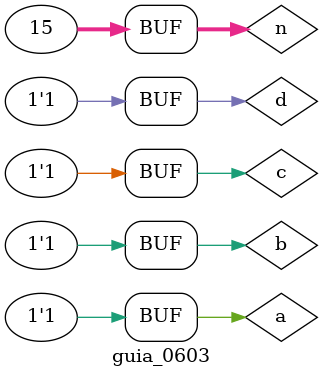
<source format=v>
module f_ex01(output s, input a, input b, input c, input d);
	assign s = (~c & d & ~a) | (~c & d & ~b) | (a & ~b & d) | (a & ~b & c) | (c & ~d & ~b);
endmodule


module f_ex02(output s, input a, input b, input c, input d);
	assign s = (~a & ~b & ~c) | (~a & ~b & d) | (~c & d) | (a & ~b & ~c) | (~c & ~d & ~b);
endmodule

module f_ex03(output s, input a, input b, input c, input d);
	assign s = (~a & ~b & ~c) | (~b & ~c & ~d) | (~a & ~b & ~d) | (b & d);
endmodule

module f_ex04(output s, input a, input b, input c, input d);
	assign s = (c & ~d) | (~a & b & ~c) | (b & ~c & ~d);
endmodule

module f_ex05(output s, input a, input b, input c, input d);
	assign s = (~a & ~b & ~c) | (~a & ~b & ~d) | (a & ~b & ~c) | (a & ~c & ~d) | (b & c & d);
endmodule


module guia_0603;
	reg a, b, c, d;
	wire ex01, ex02, ex03, ex04, ex05;
	integer n = 0;
	
	f_ex01 F_EX01(ex01, a, b, c, d);
	f_ex02 F_EX02(ex02, a, b, c, d);
	f_ex03 F_EX03(ex03, a, b, c, d);
	f_ex04 F_EX04(ex04, a, b, c, d);
	f_ex05 F_EX05(ex05, a, b, c, d);
	
	initial begin : start
		a = 1'b0;
		b = 1'b0;
		c = 1'b0;
		d = 1'b0;
	end
	
	initial begin : main
		$display(" n a b c d = 1 2 3 4 5");
		$monitor("%2d %b %b %b %b = %b %b %b %b %b", n, a, b, c, d, ex01, ex02, ex03, ex04, ex05);
		#1 a = 0; b = 0; c = 0; d =0; n = 00;
		#1 a = 0; b = 0; c = 0; d =1; n = 01;
		#1 a = 0; b = 0; c = 1; d =0; n = 02;
		#1 a = 0; b = 0; c = 1; d =1; n = 03;
		#1 a = 0; b = 1; c = 0; d =0; n = 04;
		#1 a = 0; b = 1; c = 0; d =1; n = 05;
		#1 a = 0; b = 1; c = 1; d =0; n = 06;
		#1 a = 0; b = 1; c = 1; d =1; n = 07;
		#1 a = 1; b = 0; c = 0; d =0; n = 08;
		#1 a = 1; b = 0; c = 0; d =1; n = 09;
		#1 a = 1; b = 0; c = 1; d =0; n = 10;
		#1 a = 1; b = 0; c = 1; d =1; n = 11;
		#1 a = 1; b = 1; c = 0; d =0; n = 12;
		#1 a = 1; b = 1; c = 0; d =1; n = 13;
		#1 a = 1; b = 1; c = 1; d =0; n = 14;
		#1 a = 1; b = 1; c = 1; d =1; n = 15;
	end
endmodule

</source>
